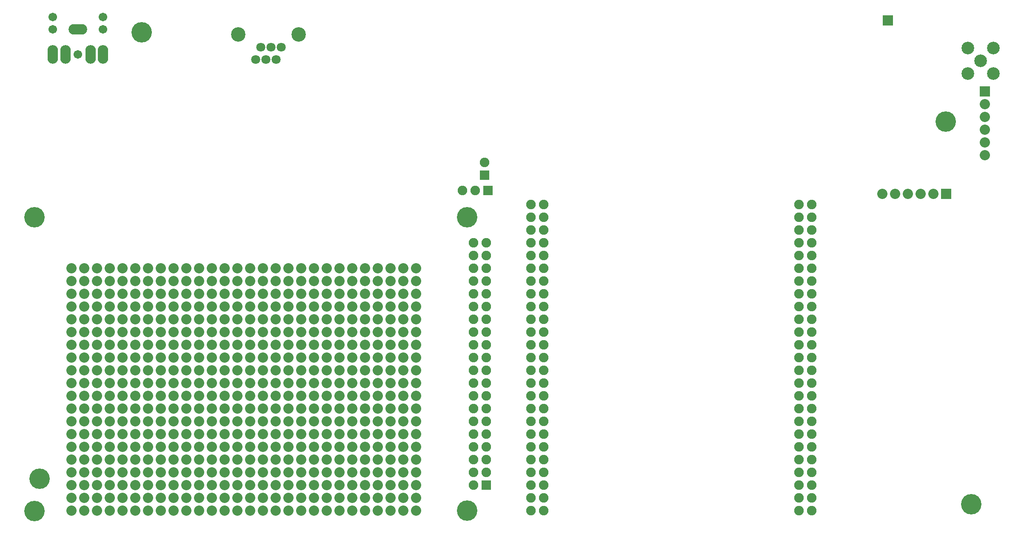
<source format=gbs>
G04 (created by PCBNEW-RS274X (2012-apr-16-27)-stable) date Tue 12 Feb 2013 09:41:14 AM EST*
G01*
G70*
G90*
%MOIN*%
G04 Gerber Fmt 3.4, Leading zero omitted, Abs format*
%FSLAX34Y34*%
G04 APERTURE LIST*
%ADD10C,0.006000*%
%ADD11C,0.160000*%
%ADD12R,0.075000X0.075000*%
%ADD13C,0.075000*%
%ADD14C,0.112900*%
%ADD15C,0.071200*%
%ADD16C,0.080000*%
%ADD17R,0.080000X0.080000*%
%ADD18C,0.098700*%
%ADD19C,0.067200*%
%ADD20O,0.083000X0.146000*%
%ADD21O,0.146000X0.083000*%
G04 APERTURE END LIST*
G54D10*
G54D11*
X35190Y-39770D03*
G54D12*
X36690Y-37770D03*
G54D13*
X35690Y-37770D03*
X36690Y-36770D03*
X35690Y-36770D03*
X36690Y-35770D03*
X35690Y-35770D03*
X36690Y-34770D03*
X35690Y-34770D03*
X36690Y-33770D03*
X35690Y-33770D03*
X36690Y-32770D03*
X35690Y-32770D03*
X36690Y-31770D03*
X35690Y-31770D03*
X36690Y-30770D03*
X35690Y-30770D03*
X36690Y-29770D03*
X35690Y-29770D03*
X36690Y-28770D03*
X35690Y-28770D03*
X36690Y-27770D03*
X35690Y-27770D03*
X36690Y-26770D03*
X35690Y-26770D03*
X36690Y-25770D03*
X35690Y-25770D03*
X36690Y-24770D03*
X35690Y-24770D03*
X36690Y-23770D03*
X35690Y-23770D03*
X36690Y-22770D03*
X35690Y-22770D03*
X36690Y-21770D03*
X35690Y-21770D03*
X36690Y-20770D03*
X35690Y-20770D03*
X36690Y-19770D03*
X35690Y-19770D03*
X36690Y-18770D03*
X35690Y-18770D03*
G54D11*
X35190Y-16770D03*
X01288Y-39805D03*
X01288Y-16770D03*
G54D14*
X21962Y-02450D03*
X17238Y-02450D03*
G54D15*
X20600Y-03434D03*
X20206Y-04419D03*
X19797Y-03434D03*
X19403Y-04419D03*
X18994Y-03434D03*
X18600Y-04419D03*
G54D11*
X01690Y-37270D03*
X72690Y-09270D03*
X74690Y-39270D03*
X09690Y-02270D03*
G54D16*
X16190Y-34770D03*
X16190Y-35770D03*
X17190Y-35770D03*
X17190Y-34770D03*
X19190Y-34770D03*
X19190Y-35770D03*
X18190Y-35770D03*
X18190Y-34770D03*
X18190Y-32770D03*
X18190Y-33770D03*
X19190Y-33770D03*
X19190Y-32770D03*
X17190Y-32770D03*
X17190Y-33770D03*
X16190Y-33770D03*
X16190Y-32770D03*
G54D17*
X68155Y-01325D03*
G54D18*
X75425Y-04515D03*
X76425Y-05515D03*
X74425Y-05515D03*
X74425Y-03515D03*
X76425Y-03515D03*
G54D13*
X40190Y-39770D03*
X40190Y-38770D03*
X40190Y-37770D03*
X40190Y-36770D03*
X40190Y-35770D03*
X40190Y-34770D03*
X40190Y-33770D03*
X40190Y-32770D03*
X40190Y-31770D03*
X40190Y-30770D03*
X40190Y-29770D03*
X40190Y-28770D03*
X40190Y-27770D03*
X40190Y-26770D03*
X40190Y-25770D03*
X40190Y-24770D03*
X40190Y-23770D03*
X40190Y-22770D03*
X40190Y-21770D03*
X40190Y-20770D03*
X40190Y-19770D03*
X40190Y-18770D03*
X40190Y-17770D03*
X40190Y-16770D03*
X40190Y-15770D03*
X62190Y-39770D03*
X62190Y-38770D03*
X62190Y-37770D03*
X62190Y-36770D03*
X62190Y-35770D03*
X62190Y-34770D03*
X62190Y-33770D03*
X62190Y-32770D03*
X62190Y-31770D03*
X62190Y-30770D03*
X62190Y-29770D03*
X62190Y-28770D03*
X62190Y-27770D03*
X62190Y-26770D03*
X62190Y-25770D03*
X62190Y-24770D03*
X62190Y-23770D03*
X62190Y-22770D03*
X62190Y-21770D03*
X62190Y-20770D03*
X62190Y-19770D03*
X62190Y-18770D03*
X62190Y-17770D03*
X62190Y-16770D03*
X62190Y-15770D03*
X61190Y-15770D03*
X61190Y-16770D03*
X61190Y-17770D03*
X61190Y-18770D03*
X61190Y-19770D03*
X61190Y-20770D03*
X61190Y-21770D03*
X61190Y-22770D03*
X61190Y-23770D03*
X61190Y-24770D03*
X61190Y-25770D03*
X61190Y-26770D03*
X61190Y-27770D03*
X61190Y-28770D03*
X61190Y-29770D03*
X61190Y-30770D03*
X61190Y-31770D03*
X61190Y-32770D03*
X61190Y-33770D03*
X61190Y-34770D03*
X61190Y-35770D03*
X61190Y-36770D03*
X61190Y-37770D03*
X61190Y-38770D03*
X61190Y-39770D03*
X41190Y-15770D03*
X41190Y-16770D03*
X41190Y-17770D03*
X41190Y-18770D03*
X41190Y-19770D03*
X41190Y-20770D03*
X41190Y-21770D03*
X41190Y-22770D03*
X41190Y-23770D03*
X41190Y-24770D03*
X41190Y-25770D03*
X41190Y-26770D03*
X41190Y-27770D03*
X41190Y-28770D03*
X41190Y-29770D03*
X41190Y-30770D03*
X41190Y-31770D03*
X41190Y-32770D03*
X41190Y-33770D03*
X41190Y-34770D03*
X41190Y-35770D03*
X41190Y-36770D03*
X41190Y-37770D03*
X41190Y-38770D03*
X41190Y-39770D03*
G54D17*
X72720Y-14940D03*
G54D16*
X71720Y-14940D03*
X70720Y-14940D03*
X69720Y-14940D03*
X68720Y-14940D03*
X67720Y-14940D03*
G54D17*
X75733Y-06892D03*
G54D16*
X75733Y-07892D03*
X75733Y-08892D03*
X75733Y-09892D03*
X75733Y-10892D03*
X75733Y-11892D03*
G54D12*
X36540Y-13455D03*
G54D13*
X36540Y-12455D03*
G54D19*
X04691Y-04010D03*
X06659Y-02042D03*
X06659Y-01057D03*
X02721Y-01057D03*
G54D20*
X02721Y-04010D03*
X05674Y-04010D03*
X06659Y-04010D03*
X03706Y-04010D03*
G54D21*
X04690Y-02042D03*
G54D19*
X02721Y-02042D03*
G54D16*
X20190Y-34770D03*
X20190Y-35770D03*
X21190Y-35770D03*
X21190Y-34770D03*
X23190Y-34770D03*
X23190Y-35770D03*
X22190Y-35770D03*
X22190Y-34770D03*
X22190Y-32770D03*
X22190Y-33770D03*
X23190Y-33770D03*
X23190Y-32770D03*
X21190Y-32770D03*
X21190Y-33770D03*
X20190Y-33770D03*
X20190Y-32770D03*
X20190Y-30770D03*
X20190Y-31770D03*
X21190Y-31770D03*
X21190Y-30770D03*
X23190Y-30770D03*
X23190Y-31770D03*
X22190Y-31770D03*
X22190Y-30770D03*
X22190Y-28770D03*
X22190Y-29770D03*
X23190Y-29770D03*
X23190Y-28770D03*
X21190Y-28770D03*
X21190Y-29770D03*
X20190Y-29770D03*
X20190Y-28770D03*
X16190Y-30770D03*
X16190Y-31770D03*
X17190Y-31770D03*
X17190Y-30770D03*
X19190Y-30770D03*
X19190Y-31770D03*
X18190Y-31770D03*
X18190Y-30770D03*
X18190Y-28770D03*
X18190Y-29770D03*
X19190Y-29770D03*
X19190Y-28770D03*
X17190Y-28770D03*
X17190Y-29770D03*
X16190Y-29770D03*
X16190Y-28770D03*
X24190Y-30770D03*
X24190Y-31770D03*
X25190Y-31770D03*
X25190Y-30770D03*
X27190Y-30770D03*
X27190Y-31770D03*
X26190Y-31770D03*
X26190Y-30770D03*
X26190Y-28770D03*
X26190Y-29770D03*
X27190Y-29770D03*
X27190Y-28770D03*
X25190Y-28770D03*
X25190Y-29770D03*
X24190Y-29770D03*
X24190Y-28770D03*
X28190Y-30770D03*
X28190Y-31770D03*
X29190Y-31770D03*
X29190Y-30770D03*
X31190Y-30770D03*
X31190Y-31770D03*
X30190Y-31770D03*
X30190Y-30770D03*
X30190Y-28770D03*
X30190Y-29770D03*
X31190Y-29770D03*
X31190Y-28770D03*
X29190Y-28770D03*
X29190Y-29770D03*
X28190Y-29770D03*
X28190Y-28770D03*
X28190Y-34770D03*
X28190Y-35770D03*
X29190Y-35770D03*
X29190Y-34770D03*
X31190Y-34770D03*
X31190Y-35770D03*
X30190Y-35770D03*
X30190Y-34770D03*
X30190Y-32770D03*
X30190Y-33770D03*
X31190Y-33770D03*
X31190Y-32770D03*
X29190Y-32770D03*
X29190Y-33770D03*
X28190Y-33770D03*
X28190Y-32770D03*
X24190Y-34770D03*
X24190Y-35770D03*
X25190Y-35770D03*
X25190Y-34770D03*
X27190Y-34770D03*
X27190Y-35770D03*
X26190Y-35770D03*
X26190Y-34770D03*
X26190Y-32770D03*
X26190Y-33770D03*
X27190Y-33770D03*
X27190Y-32770D03*
X25190Y-32770D03*
X25190Y-33770D03*
X24190Y-33770D03*
X24190Y-32770D03*
X24190Y-26770D03*
X24190Y-27770D03*
X25190Y-27770D03*
X25190Y-26770D03*
X27190Y-26770D03*
X27190Y-27770D03*
X26190Y-27770D03*
X26190Y-26770D03*
X26190Y-24770D03*
X26190Y-25770D03*
X27190Y-25770D03*
X27190Y-24770D03*
X25190Y-24770D03*
X25190Y-25770D03*
X24190Y-25770D03*
X24190Y-24770D03*
X28190Y-26770D03*
X28190Y-27770D03*
X29190Y-27770D03*
X29190Y-26770D03*
X31190Y-26770D03*
X31190Y-27770D03*
X30190Y-27770D03*
X30190Y-26770D03*
X30190Y-24770D03*
X30190Y-25770D03*
X31190Y-25770D03*
X31190Y-24770D03*
X29190Y-24770D03*
X29190Y-25770D03*
X28190Y-25770D03*
X28190Y-24770D03*
X28190Y-22770D03*
X28190Y-23770D03*
X29190Y-23770D03*
X29190Y-22770D03*
X31190Y-22770D03*
X31190Y-23770D03*
X30190Y-23770D03*
X30190Y-22770D03*
X30190Y-20770D03*
X30190Y-21770D03*
X31190Y-21770D03*
X31190Y-20770D03*
X29190Y-20770D03*
X29190Y-21770D03*
X28190Y-21770D03*
X28190Y-20770D03*
X24190Y-22770D03*
X24190Y-23770D03*
X25190Y-23770D03*
X25190Y-22770D03*
X27190Y-22770D03*
X27190Y-23770D03*
X26190Y-23770D03*
X26190Y-22770D03*
X26190Y-20770D03*
X26190Y-21770D03*
X27190Y-21770D03*
X27190Y-20770D03*
X25190Y-20770D03*
X25190Y-21770D03*
X24190Y-21770D03*
X24190Y-20770D03*
X20190Y-26770D03*
X20190Y-27770D03*
X21190Y-27770D03*
X21190Y-26770D03*
X23190Y-26770D03*
X23190Y-27770D03*
X22190Y-27770D03*
X22190Y-26770D03*
X22190Y-24770D03*
X22190Y-25770D03*
X23190Y-25770D03*
X23190Y-24770D03*
X21190Y-24770D03*
X21190Y-25770D03*
X20190Y-25770D03*
X20190Y-24770D03*
X16190Y-26770D03*
X16190Y-27770D03*
X17190Y-27770D03*
X17190Y-26770D03*
X19190Y-26770D03*
X19190Y-27770D03*
X18190Y-27770D03*
X18190Y-26770D03*
X18190Y-24770D03*
X18190Y-25770D03*
X19190Y-25770D03*
X19190Y-24770D03*
X17190Y-24770D03*
X17190Y-25770D03*
X16190Y-25770D03*
X16190Y-24770D03*
X16190Y-22770D03*
X16190Y-23770D03*
X17190Y-23770D03*
X17190Y-22770D03*
X19190Y-22770D03*
X19190Y-23770D03*
X18190Y-23770D03*
X18190Y-22770D03*
X18190Y-20770D03*
X18190Y-21770D03*
X19190Y-21770D03*
X19190Y-20770D03*
X17190Y-20770D03*
X17190Y-21770D03*
X16190Y-21770D03*
X16190Y-20770D03*
X04190Y-34770D03*
X04190Y-35770D03*
X05190Y-35770D03*
X05190Y-34770D03*
X07190Y-34770D03*
X07190Y-35770D03*
X06190Y-35770D03*
X06190Y-34770D03*
X06190Y-32770D03*
X06190Y-33770D03*
X07190Y-33770D03*
X07190Y-32770D03*
X05190Y-32770D03*
X05190Y-33770D03*
X04190Y-33770D03*
X04190Y-32770D03*
X12190Y-34770D03*
X12190Y-35770D03*
X13190Y-35770D03*
X13190Y-34770D03*
X15190Y-34770D03*
X15190Y-35770D03*
X14190Y-35770D03*
X14190Y-34770D03*
X14190Y-32770D03*
X14190Y-33770D03*
X15190Y-33770D03*
X15190Y-32770D03*
X13190Y-32770D03*
X13190Y-33770D03*
X12190Y-33770D03*
X12190Y-32770D03*
X12190Y-30770D03*
X12190Y-31770D03*
X13190Y-31770D03*
X13190Y-30770D03*
X15190Y-30770D03*
X15190Y-31770D03*
X14190Y-31770D03*
X14190Y-30770D03*
X14190Y-28770D03*
X14190Y-29770D03*
X15190Y-29770D03*
X15190Y-28770D03*
X13190Y-28770D03*
X13190Y-29770D03*
X12190Y-29770D03*
X12190Y-28770D03*
X12190Y-22770D03*
X12190Y-23770D03*
X13190Y-23770D03*
X13190Y-22770D03*
X15190Y-22770D03*
X15190Y-23770D03*
X14190Y-23770D03*
X14190Y-22770D03*
X14190Y-20770D03*
X14190Y-21770D03*
X15190Y-21770D03*
X15190Y-20770D03*
X13190Y-20770D03*
X13190Y-21770D03*
X12190Y-21770D03*
X12190Y-20770D03*
X12190Y-26770D03*
X12190Y-27770D03*
X13190Y-27770D03*
X13190Y-26770D03*
X15190Y-26770D03*
X15190Y-27770D03*
X14190Y-27770D03*
X14190Y-26770D03*
X14190Y-24770D03*
X14190Y-25770D03*
X15190Y-25770D03*
X15190Y-24770D03*
X13190Y-24770D03*
X13190Y-25770D03*
X12190Y-25770D03*
X12190Y-24770D03*
X04190Y-26770D03*
X04190Y-27770D03*
X05190Y-27770D03*
X05190Y-26770D03*
X07190Y-26770D03*
X07190Y-27770D03*
X06190Y-27770D03*
X06190Y-26770D03*
X06190Y-24770D03*
X06190Y-25770D03*
X07190Y-25770D03*
X07190Y-24770D03*
X05190Y-24770D03*
X05190Y-25770D03*
X04190Y-25770D03*
X04190Y-24770D03*
X04190Y-22770D03*
X04190Y-23770D03*
X05190Y-23770D03*
X05190Y-22770D03*
X07190Y-22770D03*
X07190Y-23770D03*
X06190Y-23770D03*
X06190Y-22770D03*
X06190Y-20770D03*
X06190Y-21770D03*
X07190Y-21770D03*
X07190Y-20770D03*
X05190Y-20770D03*
X05190Y-21770D03*
X04190Y-21770D03*
X04190Y-20770D03*
X04190Y-30770D03*
X04190Y-31770D03*
X05190Y-31770D03*
X05190Y-30770D03*
X07190Y-30770D03*
X07190Y-31770D03*
X06190Y-31770D03*
X06190Y-30770D03*
X06190Y-28770D03*
X06190Y-29770D03*
X07190Y-29770D03*
X07190Y-28770D03*
X05190Y-28770D03*
X05190Y-29770D03*
X04190Y-29770D03*
X04190Y-28770D03*
X04190Y-38770D03*
X04190Y-39770D03*
X05190Y-39770D03*
X05190Y-38770D03*
X07190Y-38770D03*
X07190Y-39770D03*
X06190Y-39770D03*
X06190Y-38770D03*
X06190Y-36770D03*
X06190Y-37770D03*
X07190Y-37770D03*
X07190Y-36770D03*
X05190Y-36770D03*
X05190Y-37770D03*
X04190Y-37770D03*
X04190Y-36770D03*
X12190Y-38770D03*
X12190Y-39770D03*
X13190Y-39770D03*
X13190Y-38770D03*
X15190Y-38770D03*
X15190Y-39770D03*
X14190Y-39770D03*
X14190Y-38770D03*
X14190Y-36770D03*
X14190Y-37770D03*
X15190Y-37770D03*
X15190Y-36770D03*
X13190Y-36770D03*
X13190Y-37770D03*
X12190Y-37770D03*
X12190Y-36770D03*
X16190Y-38770D03*
X16190Y-39770D03*
X17190Y-39770D03*
X17190Y-38770D03*
X19190Y-38770D03*
X19190Y-39770D03*
X18190Y-39770D03*
X18190Y-38770D03*
X18190Y-36770D03*
X18190Y-37770D03*
X19190Y-37770D03*
X19190Y-36770D03*
X17190Y-36770D03*
X17190Y-37770D03*
X16190Y-37770D03*
X16190Y-36770D03*
X20190Y-38770D03*
X20190Y-39770D03*
X21190Y-39770D03*
X21190Y-38770D03*
X23190Y-38770D03*
X23190Y-39770D03*
X22190Y-39770D03*
X22190Y-38770D03*
X22190Y-36770D03*
X22190Y-37770D03*
X23190Y-37770D03*
X23190Y-36770D03*
X21190Y-36770D03*
X21190Y-37770D03*
X20190Y-37770D03*
X20190Y-36770D03*
X24190Y-38770D03*
X24190Y-39770D03*
X25190Y-39770D03*
X25190Y-38770D03*
X27190Y-38770D03*
X27190Y-39770D03*
X26190Y-39770D03*
X26190Y-38770D03*
X26190Y-36770D03*
X26190Y-37770D03*
X27190Y-37770D03*
X27190Y-36770D03*
X25190Y-36770D03*
X25190Y-37770D03*
X24190Y-37770D03*
X24190Y-36770D03*
X28190Y-38770D03*
X28190Y-39770D03*
X29190Y-39770D03*
X29190Y-38770D03*
X31190Y-38770D03*
X31190Y-39770D03*
X30190Y-39770D03*
X30190Y-38770D03*
X30190Y-36770D03*
X30190Y-37770D03*
X31190Y-37770D03*
X31190Y-36770D03*
X29190Y-36770D03*
X29190Y-37770D03*
X28190Y-37770D03*
X28190Y-36770D03*
X08190Y-38770D03*
X08190Y-39770D03*
X09190Y-39770D03*
X09190Y-38770D03*
X11190Y-38770D03*
X11190Y-39770D03*
X10190Y-39770D03*
X10190Y-38770D03*
X10190Y-36770D03*
X10190Y-37770D03*
X11190Y-37770D03*
X11190Y-36770D03*
X09190Y-36770D03*
X09190Y-37770D03*
X08190Y-37770D03*
X08190Y-36770D03*
X08190Y-22770D03*
X08190Y-23770D03*
X09190Y-23770D03*
X09190Y-22770D03*
X11190Y-22770D03*
X11190Y-23770D03*
X10190Y-23770D03*
X10190Y-22770D03*
X10190Y-20770D03*
X10190Y-21770D03*
X11190Y-21770D03*
X11190Y-20770D03*
X09190Y-20770D03*
X09190Y-21770D03*
X08190Y-21770D03*
X08190Y-20770D03*
X08190Y-26770D03*
X08190Y-27770D03*
X09190Y-27770D03*
X09190Y-26770D03*
X11190Y-26770D03*
X11190Y-27770D03*
X10190Y-27770D03*
X10190Y-26770D03*
X10190Y-24770D03*
X10190Y-25770D03*
X11190Y-25770D03*
X11190Y-24770D03*
X09190Y-24770D03*
X09190Y-25770D03*
X08190Y-25770D03*
X08190Y-24770D03*
X08190Y-34770D03*
X08190Y-35770D03*
X09190Y-35770D03*
X09190Y-34770D03*
X11190Y-34770D03*
X11190Y-35770D03*
X10190Y-35770D03*
X10190Y-34770D03*
X10190Y-32770D03*
X10190Y-33770D03*
X11190Y-33770D03*
X11190Y-32770D03*
X09190Y-32770D03*
X09190Y-33770D03*
X08190Y-33770D03*
X08190Y-32770D03*
X20190Y-22770D03*
X20190Y-23770D03*
X21190Y-23770D03*
X21190Y-22770D03*
X23190Y-22770D03*
X23190Y-23770D03*
X22190Y-23770D03*
X22190Y-22770D03*
X22190Y-20770D03*
X22190Y-21770D03*
X23190Y-21770D03*
X23190Y-20770D03*
X21190Y-20770D03*
X21190Y-21770D03*
X20190Y-21770D03*
X20190Y-20770D03*
X08190Y-30770D03*
X08190Y-31770D03*
X09190Y-31770D03*
X09190Y-30770D03*
X11190Y-30770D03*
X11190Y-31770D03*
X10190Y-31770D03*
X10190Y-30770D03*
X10190Y-28770D03*
X10190Y-29770D03*
X11190Y-29770D03*
X11190Y-28770D03*
X09190Y-28770D03*
X09190Y-29770D03*
X08190Y-29770D03*
X08190Y-28770D03*
G54D12*
X36812Y-14656D03*
G54D13*
X35812Y-14656D03*
X34812Y-14656D03*
M02*

</source>
